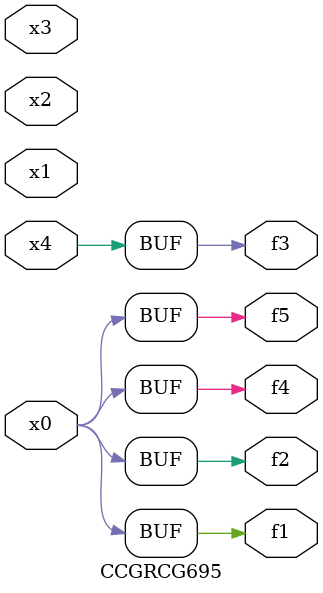
<source format=v>
module CCGRCG695(
	input x0, x1, x2, x3, x4,
	output f1, f2, f3, f4, f5
);
	assign f1 = x0;
	assign f2 = x0;
	assign f3 = x4;
	assign f4 = x0;
	assign f5 = x0;
endmodule

</source>
